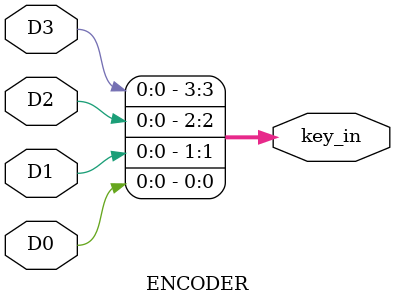
<source format=v>
module ENCODER(D0,D1,D2,D3,key_in);
    input D0,D1,D2,D3;
    output [3:0] key_in;

    assign key_in[0] = D0;
    assign key_in[1] = D1;
    assign key_in[2] = D2;
    assign key_in[3] = D3;

endmodule

</source>
